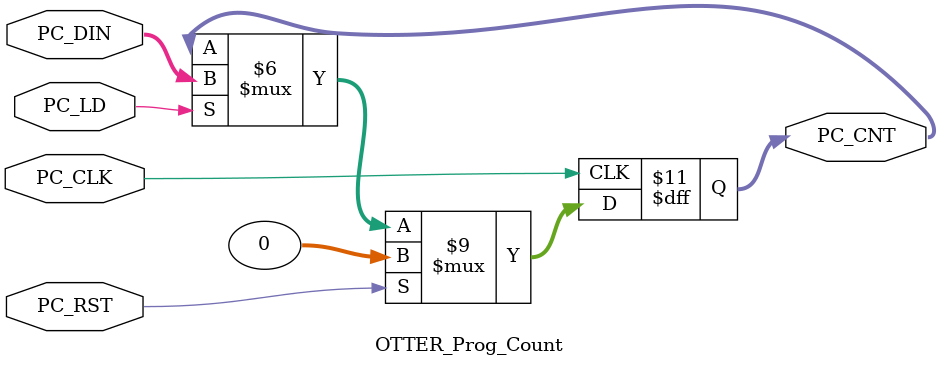
<source format=sv>
`timescale 1ns / 1ps


module OTTER_Prog_Count (
    input  logic        PC_CLK,
    input  logic        PC_RST,
    input  logic        PC_LD,
    input  logic [31:0] PC_DIN,
    output logic [31:0] PC_CNT = 0
);
    always_ff @(posedge PC_CLK) begin
        if (PC_RST == 1'b1) PC_CNT <= '0;  // Reset counter
        else if (PC_LD == 1'b1) PC_CNT <= PC_DIN;  // Load new value
        else PC_CNT <= PC_CNT;  // Prevent latching
    end
endmodule

</source>
